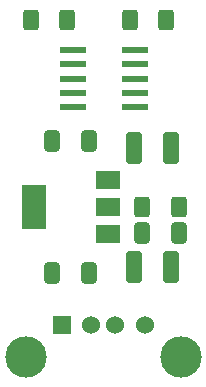
<source format=gbr>
%TF.GenerationSoftware,KiCad,Pcbnew,(6.0.2)*%
%TF.CreationDate,2022-03-14T21:43:21-03:00*%
%TF.ProjectId,9_axis_double,395f6178-6973-45f6-946f-75626c652e6b,rev?*%
%TF.SameCoordinates,Original*%
%TF.FileFunction,Soldermask,Bot*%
%TF.FilePolarity,Negative*%
%FSLAX46Y46*%
G04 Gerber Fmt 4.6, Leading zero omitted, Abs format (unit mm)*
G04 Created by KiCad (PCBNEW (6.0.2)) date 2022-03-14 21:43:21*
%MOMM*%
%LPD*%
G01*
G04 APERTURE LIST*
G04 Aperture macros list*
%AMRoundRect*
0 Rectangle with rounded corners*
0 $1 Rounding radius*
0 $2 $3 $4 $5 $6 $7 $8 $9 X,Y pos of 4 corners*
0 Add a 4 corners polygon primitive as box body*
4,1,4,$2,$3,$4,$5,$6,$7,$8,$9,$2,$3,0*
0 Add four circle primitives for the rounded corners*
1,1,$1+$1,$2,$3*
1,1,$1+$1,$4,$5*
1,1,$1+$1,$6,$7*
1,1,$1+$1,$8,$9*
0 Add four rect primitives between the rounded corners*
20,1,$1+$1,$2,$3,$4,$5,0*
20,1,$1+$1,$4,$5,$6,$7,0*
20,1,$1+$1,$6,$7,$8,$9,0*
20,1,$1+$1,$8,$9,$2,$3,0*%
G04 Aperture macros list end*
%ADD10R,2.000000X1.500000*%
%ADD11R,2.000000X3.800000*%
%ADD12R,2.200000X0.600000*%
%ADD13RoundRect,0.250000X0.400000X0.625000X-0.400000X0.625000X-0.400000X-0.625000X0.400000X-0.625000X0*%
%ADD14R,1.524000X1.524000*%
%ADD15C,1.524000*%
%ADD16C,3.500000*%
%ADD17RoundRect,0.250000X-0.412500X-0.650000X0.412500X-0.650000X0.412500X0.650000X-0.412500X0.650000X0*%
%ADD18RoundRect,0.250000X0.412500X0.650000X-0.412500X0.650000X-0.412500X-0.650000X0.412500X-0.650000X0*%
%ADD19RoundRect,0.250000X0.412500X1.100000X-0.412500X1.100000X-0.412500X-1.100000X0.412500X-1.100000X0*%
%ADD20RoundRect,0.250000X-0.412500X-1.100000X0.412500X-1.100000X0.412500X1.100000X-0.412500X1.100000X0*%
G04 APERTURE END LIST*
D10*
%TO.C,U2*%
X81050000Y-73700000D03*
D11*
X74750000Y-76000000D03*
D10*
X81050000Y-76000000D03*
X81050000Y-78300000D03*
%TD*%
D12*
%TO.C,U1*%
X83300000Y-67500000D03*
X83300000Y-66300000D03*
X83300000Y-65100000D03*
X83300000Y-63900000D03*
X83300000Y-62700000D03*
X78100000Y-62700000D03*
X78100000Y-63900000D03*
X78100000Y-65100000D03*
X78100000Y-66300000D03*
X78100000Y-67500000D03*
%TD*%
D13*
%TO.C,R11*%
X77600000Y-60100000D03*
X74500000Y-60100000D03*
%TD*%
%TO.C,R2*%
X86000000Y-60100000D03*
X82900000Y-60100000D03*
%TD*%
%TO.C,R1*%
X83950000Y-75935000D03*
X87050000Y-75935000D03*
%TD*%
D14*
%TO.C,J1*%
X77140000Y-85972500D03*
D15*
X79640000Y-85972500D03*
X81640000Y-85972500D03*
X84140000Y-85972500D03*
D16*
X87210000Y-88682500D03*
X74070000Y-88682500D03*
%TD*%
D17*
%TO.C,C9*%
X87062500Y-78200000D03*
X83937500Y-78200000D03*
%TD*%
D18*
%TO.C,C4*%
X79462500Y-70400000D03*
X76337500Y-70400000D03*
%TD*%
D19*
%TO.C,C3*%
X86362500Y-70950000D03*
X83237500Y-70950000D03*
%TD*%
D20*
%TO.C,C2*%
X83237500Y-81050000D03*
X86362500Y-81050000D03*
%TD*%
D17*
%TO.C,C1*%
X76337500Y-81600000D03*
X79462500Y-81600000D03*
%TD*%
M02*

</source>
